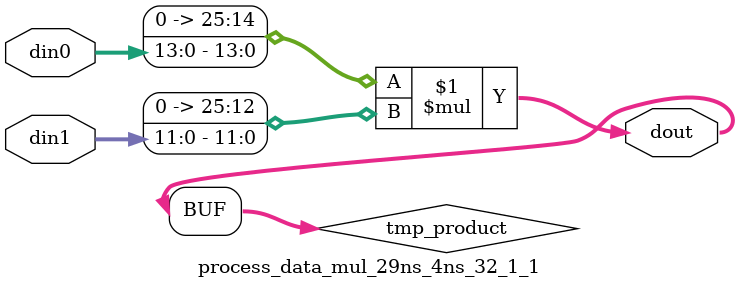
<source format=v>

`timescale 1 ns / 1 ps

  module process_data_mul_29ns_4ns_32_1_1(din0, din1, dout);
parameter ID = 1;
parameter NUM_STAGE = 0;
parameter din0_WIDTH = 14;
parameter din1_WIDTH = 12;
parameter dout_WIDTH = 26;

input [din0_WIDTH - 1 : 0] din0; 
input [din1_WIDTH - 1 : 0] din1; 
output [dout_WIDTH - 1 : 0] dout;

wire signed [dout_WIDTH - 1 : 0] tmp_product;










assign tmp_product = $signed({1'b0, din0}) * $signed({1'b0, din1});











assign dout = tmp_product;







endmodule

</source>
